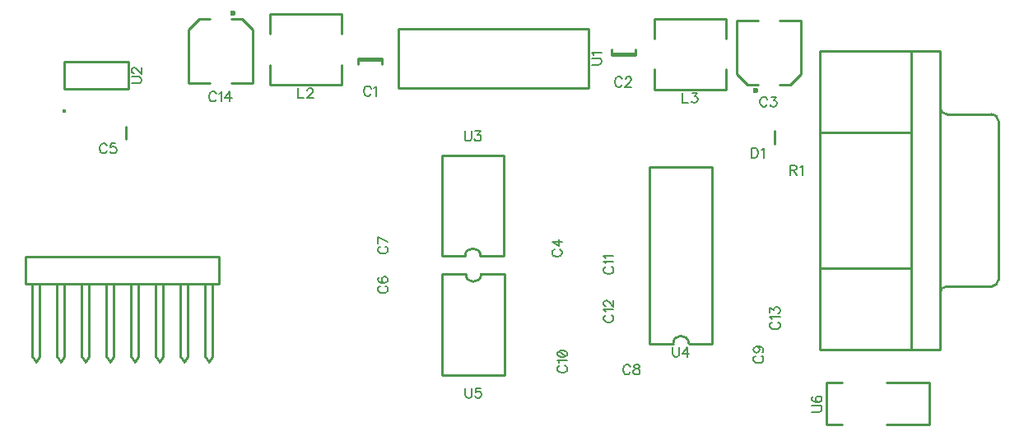
<source format=gto>
G04 DipTrace 2.4.0.2*
%INDaughter-IsolatedRS2321.1.GTO*%
%MOMM*%
%ADD10C,0.25*%
%ADD14C,0.6*%
%ADD33O,0.391X0.392*%
%ADD45C,0.157*%
%FSLAX53Y53*%
G04*
G71*
G90*
G75*
G01*
%LNTopSilk*%
%LPD*%
X40029Y38402D2*
D10*
X42529D1*
X40029Y38591D2*
X42529D1*
X40029D2*
Y37992D1*
X42529Y38591D2*
Y37992D1*
X68567Y39134D2*
X66067D1*
X68567Y38945D2*
X66067D1*
X68567D2*
Y39543D1*
X66067Y38945D2*
Y39543D1*
X78941Y42494D2*
X81141D1*
X78941D2*
Y36995D1*
X80041Y35895D2*
X78941Y36995D1*
X80041Y35895D2*
X81141D1*
X83341Y42494D2*
X85541D1*
Y36995D1*
X84441Y35895D2*
X85541Y36995D1*
X83341Y35895D2*
X84441D1*
D14*
X80941Y35295D3*
X16134Y31609D2*
D10*
Y30311D1*
X29179Y36054D2*
X26979D1*
X29179D2*
Y41553D1*
X28079Y42653D2*
X29179Y41553D1*
X28079Y42653D2*
X26979D1*
X24779Y36054D2*
X22579D1*
Y41553D1*
X23679Y42653D2*
X22579Y41553D1*
X24779Y42653D2*
X23679D1*
D14*
X27179Y43254D3*
X82873Y31133D2*
D10*
Y29834D1*
X99892Y33548D2*
G03X100591Y32870I663J-16D01*
G01*
X105890Y32162D2*
G03X105191Y32870I-714J-5D01*
G01*
X100591Y15130D2*
G03X99892Y14452I-37J-662D01*
G01*
X105191Y15130D2*
G03X105890Y15838I-14J714D01*
G01*
X96892Y8600D2*
Y39400D1*
X99892Y8600D2*
X87490D1*
X99892Y39400D2*
X87490D1*
X105890Y15838D2*
Y32162D1*
X87490Y8600D2*
Y39400D1*
X96892Y17008D2*
X87490D1*
X99892Y8600D2*
Y39400D1*
X96892Y30992D2*
X87490D1*
X105191Y32870D2*
X100591D1*
X105191Y15130D2*
X100591D1*
X6500Y15390D2*
Y7990D1*
X7300Y15390D2*
Y7990D1*
X6500D2*
X6900Y7320D1*
X7300Y7990D2*
X6900Y7320D1*
X5835Y18170D2*
X25745D1*
Y15390D1*
X5835D1*
Y18170D1*
X9041Y15390D2*
Y7990D1*
X9841Y15390D2*
Y7990D1*
X9041D2*
X9441Y7320D1*
X9841Y7990D2*
X9441Y7320D1*
X11579Y15390D2*
Y7990D1*
X12379Y15390D2*
Y7990D1*
X11579D2*
X11979Y7320D1*
X12379Y7990D2*
X11979Y7320D1*
X14120Y15390D2*
Y7990D1*
X14920Y15390D2*
Y7990D1*
X14120D2*
X14520Y7320D1*
X14920Y7990D2*
X14520Y7320D1*
X16660Y15390D2*
Y7990D1*
X17460Y15390D2*
Y7990D1*
X16660D2*
X17060Y7320D1*
X17460Y7990D2*
X17060Y7320D1*
X19201Y15390D2*
Y7990D1*
X20001Y15390D2*
Y7990D1*
X19201D2*
X19601Y7320D1*
X20001Y7990D2*
X19601Y7320D1*
X21739Y15390D2*
Y7990D1*
X22539Y15390D2*
Y7990D1*
X21739D2*
X22139Y7320D1*
X22539Y7990D2*
X22139Y7320D1*
X24280Y15390D2*
Y7990D1*
X25080Y15390D2*
Y7990D1*
X24280D2*
X24680Y7320D1*
X25080Y7990D2*
X24680Y7320D1*
X31002Y41120D2*
Y43184D1*
X38305D1*
Y41120D1*
Y37945D2*
Y35882D1*
X31002D1*
Y37945D1*
X70535Y40645D2*
Y42708D1*
X77837D1*
Y40645D1*
Y37469D2*
Y35406D1*
X70535D1*
Y37469D1*
X44218Y41614D2*
X63718D1*
Y35514D1*
X44218D1*
Y41614D1*
D33*
X9823Y33209D3*
X9796Y35476D2*
D10*
X16396D1*
X9796Y38276D2*
X16396D1*
Y35476D2*
Y38276D1*
X9796Y35476D2*
Y38276D1*
X55037Y18249D2*
Y28649D1*
X48637Y18249D2*
Y28649D1*
X55037D2*
X48637D1*
X55037Y18249D2*
X52637D1*
X51037D2*
X48637D1*
X52637D2*
G03X51037Y18249I-800J-1D01*
G01*
X76440Y9245D2*
Y27445D1*
X70040Y9245D2*
Y27445D1*
X76440D2*
X70040D1*
X76440Y9245D2*
X74040D1*
X72440D2*
X70040D1*
X74040D2*
G03X72440Y9245I-800J-1D01*
G01*
X48700Y16425D2*
Y6025D1*
X55100Y16425D2*
Y6025D1*
X48700D2*
X55100D1*
X48700Y16425D2*
X51100D1*
X52700D2*
X55100D1*
X51100D2*
G03X52700Y16425I800J1D01*
G01*
X88190Y936D2*
X89778D1*
X98826D2*
Y5223D1*
X88190Y936D2*
Y5223D1*
X89778D1*
X94381D2*
X98826D1*
X94381Y936D2*
X98826D1*
X41365Y35504D2*
D45*
X41317Y35601D1*
X41219Y35699D1*
X41122Y35747D1*
X40928D1*
X40830Y35699D1*
X40734Y35601D1*
X40684Y35504D1*
X40636Y35358D1*
Y35115D1*
X40684Y34970D1*
X40734Y34872D1*
X40830Y34776D1*
X40928Y34726D1*
X41122D1*
X41219Y34776D1*
X41317Y34872D1*
X41365Y34970D1*
X41679Y35552D2*
X41776Y35601D1*
X41922Y35746D1*
Y34726D1*
X67184Y36457D2*
X67136Y36554D1*
X67038Y36651D1*
X66942Y36700D1*
X66747D1*
X66650Y36651D1*
X66553Y36554D1*
X66504Y36457D1*
X66455Y36311D1*
Y36067D1*
X66504Y35922D1*
X66553Y35825D1*
X66650Y35728D1*
X66747Y35679D1*
X66942D1*
X67038Y35728D1*
X67136Y35825D1*
X67184Y35922D1*
X67547Y36456D2*
Y36504D1*
X67596Y36602D1*
X67644Y36650D1*
X67742Y36699D1*
X67936D1*
X68033Y36650D1*
X68081Y36602D1*
X68130Y36504D1*
Y36408D1*
X68081Y36310D1*
X67984Y36165D1*
X67498Y35679D1*
X68179D1*
X82108Y34408D2*
X82060Y34504D1*
X81962Y34602D1*
X81866Y34650D1*
X81672D1*
X81574Y34602D1*
X81477Y34504D1*
X81428Y34408D1*
X81380Y34262D1*
Y34018D1*
X81428Y33873D1*
X81477Y33775D1*
X81574Y33679D1*
X81672Y33629D1*
X81866D1*
X81962Y33679D1*
X82060Y33775D1*
X82108Y33873D1*
X82520Y34649D2*
X83053D1*
X82762Y34261D1*
X82908D1*
X83005Y34212D1*
X83053Y34164D1*
X83103Y34018D1*
Y33921D1*
X83053Y33775D1*
X82957Y33678D1*
X82811Y33629D1*
X82665D1*
X82520Y33678D1*
X82472Y33727D1*
X82422Y33824D1*
X60227Y18953D2*
X60131Y18905D1*
X60033Y18807D1*
X59985Y18711D1*
Y18516D1*
X60033Y18419D1*
X60131Y18322D1*
X60227Y18273D1*
X60373Y18224D1*
X60617D1*
X60762Y18273D1*
X60859Y18322D1*
X60956Y18419D1*
X61005Y18516D1*
Y18711D1*
X60956Y18807D1*
X60859Y18905D1*
X60762Y18953D1*
X61005Y19753D2*
X59986D1*
X60665Y19267D1*
Y19996D1*
X14201Y29623D2*
X14152Y29719D1*
X14055Y29817D1*
X13958Y29865D1*
X13764D1*
X13666Y29817D1*
X13569Y29719D1*
X13520Y29623D1*
X13472Y29477D1*
Y29233D1*
X13520Y29088D1*
X13569Y28991D1*
X13666Y28894D1*
X13764Y28845D1*
X13958D1*
X14055Y28894D1*
X14152Y28991D1*
X14201Y29088D1*
X15097Y29864D2*
X14612D1*
X14564Y29427D1*
X14612Y29476D1*
X14758Y29525D1*
X14903D1*
X15049Y29476D1*
X15147Y29379D1*
X15195Y29233D1*
Y29137D1*
X15147Y28991D1*
X15049Y28893D1*
X14903Y28845D1*
X14758D1*
X14612Y28893D1*
X14564Y28942D1*
X14514Y29039D1*
X42313Y15188D2*
X42217Y15140D1*
X42119Y15042D1*
X42071Y14946D1*
Y14751D1*
X42119Y14654D1*
X42217Y14557D1*
X42313Y14508D1*
X42459Y14459D1*
X42703D1*
X42848Y14508D1*
X42946Y14557D1*
X43042Y14654D1*
X43092Y14751D1*
Y14946D1*
X43042Y15042D1*
X42946Y15140D1*
X42848Y15188D1*
X42217Y16085D2*
X42120Y16037D1*
X42072Y15891D1*
Y15794D1*
X42120Y15648D1*
X42266Y15550D1*
X42509Y15502D1*
X42751D1*
X42946Y15550D1*
X43043Y15648D1*
X43092Y15794D1*
Y15842D1*
X43043Y15987D1*
X42946Y16085D1*
X42800Y16133D1*
X42751D1*
X42605Y16085D1*
X42509Y15987D1*
X42461Y15842D1*
Y15794D1*
X42509Y15648D1*
X42605Y15550D1*
X42751Y15502D1*
X42313Y19245D2*
X42217Y19196D1*
X42119Y19099D1*
X42071Y19002D1*
Y18808D1*
X42119Y18710D1*
X42217Y18614D1*
X42313Y18564D1*
X42459Y18516D1*
X42703D1*
X42848Y18564D1*
X42946Y18614D1*
X43042Y18710D1*
X43092Y18808D1*
Y19002D1*
X43042Y19099D1*
X42946Y19196D1*
X42848Y19245D1*
X43092Y19753D2*
X42072Y20239D1*
Y19559D1*
X68035Y6851D2*
X67987Y6947D1*
X67889Y7045D1*
X67792Y7093D1*
X67598D1*
X67500Y7045D1*
X67404Y6947D1*
X67354Y6851D1*
X67306Y6705D1*
Y6461D1*
X67354Y6316D1*
X67404Y6219D1*
X67500Y6122D1*
X67598Y6073D1*
X67792D1*
X67889Y6122D1*
X67987Y6219D1*
X68035Y6316D1*
X68591Y7092D2*
X68446Y7044D1*
X68397Y6947D1*
Y6850D1*
X68446Y6753D1*
X68543Y6704D1*
X68737Y6655D1*
X68883Y6607D1*
X68980Y6509D1*
X69028Y6413D1*
Y6267D1*
X68980Y6170D1*
X68931Y6121D1*
X68785Y6073D1*
X68591D1*
X68446Y6121D1*
X68397Y6170D1*
X68349Y6267D1*
Y6413D1*
X68397Y6509D1*
X68495Y6607D1*
X68639Y6655D1*
X68834Y6704D1*
X68931Y6753D1*
X68980Y6850D1*
Y6947D1*
X68931Y7044D1*
X68785Y7092D1*
X68591D1*
X80950Y7989D2*
X80854Y7940D1*
X80756Y7843D1*
X80708Y7746D1*
Y7552D1*
X80756Y7454D1*
X80854Y7357D1*
X80950Y7308D1*
X81096Y7260D1*
X81340D1*
X81485Y7308D1*
X81583Y7357D1*
X81679Y7454D1*
X81729Y7552D1*
Y7746D1*
X81679Y7843D1*
X81583Y7940D1*
X81485Y7989D1*
X81048Y8935D2*
X81194Y8885D1*
X81292Y8789D1*
X81340Y8643D1*
Y8594D1*
X81292Y8448D1*
X81194Y8352D1*
X81048Y8302D1*
X81000D1*
X80854Y8352D1*
X80757Y8448D1*
X80709Y8594D1*
Y8643D1*
X80757Y8789D1*
X80854Y8885D1*
X81048Y8935D1*
X81292D1*
X81534Y8885D1*
X81680Y8789D1*
X81729Y8643D1*
Y8546D1*
X81680Y8400D1*
X81583Y8352D1*
X60777Y6994D2*
X60681Y6945D1*
X60583Y6848D1*
X60535Y6751D1*
Y6557D1*
X60583Y6459D1*
X60681Y6363D1*
X60777Y6313D1*
X60923Y6265D1*
X61167D1*
X61312Y6313D1*
X61409Y6363D1*
X61506Y6459D1*
X61555Y6557D1*
Y6751D1*
X61506Y6848D1*
X61409Y6945D1*
X61312Y6994D1*
X60730Y7307D2*
X60681Y7405D1*
X60536Y7551D1*
X61555D1*
X60536Y8157D2*
X60584Y8011D1*
X60730Y7913D1*
X60973Y7865D1*
X61119D1*
X61361Y7913D1*
X61507Y8011D1*
X61555Y8157D1*
Y8253D1*
X61507Y8399D1*
X61361Y8496D1*
X61119Y8545D1*
X60973D1*
X60730Y8496D1*
X60584Y8399D1*
X60536Y8253D1*
Y8157D1*
X60730Y8496D2*
X61361Y7913D1*
X65540Y17167D2*
X65443Y17119D1*
X65345Y17021D1*
X65297Y16924D1*
Y16730D1*
X65345Y16632D1*
X65443Y16536D1*
X65540Y16486D1*
X65686Y16438D1*
X65929D1*
X66074Y16486D1*
X66172Y16536D1*
X66269Y16632D1*
X66318Y16730D1*
Y16924D1*
X66269Y17021D1*
X66172Y17119D1*
X66074Y17167D1*
X65493Y17481D2*
X65443Y17578D1*
X65298Y17724D1*
X66318D1*
X65493Y18038D2*
X65443Y18136D1*
X65298Y18282D1*
X66318D1*
X65540Y12186D2*
X65443Y12138D1*
X65345Y12040D1*
X65297Y11943D1*
Y11749D1*
X65345Y11651D1*
X65443Y11555D1*
X65540Y11505D1*
X65686Y11457D1*
X65929D1*
X66074Y11505D1*
X66172Y11555D1*
X66269Y11651D1*
X66318Y11749D1*
Y11943D1*
X66269Y12040D1*
X66172Y12138D1*
X66074Y12186D1*
X65493Y12500D2*
X65443Y12598D1*
X65298Y12744D1*
X66318D1*
X65541Y13107D2*
X65493D1*
X65395Y13155D1*
X65347Y13203D1*
X65298Y13301D1*
Y13495D1*
X65347Y13592D1*
X65395Y13640D1*
X65493Y13690D1*
X65589D1*
X65687Y13640D1*
X65832Y13544D1*
X66318Y13057D1*
Y13738D1*
X82647Y11459D2*
X82551Y11410D1*
X82453Y11313D1*
X82405Y11216D1*
Y11022D1*
X82453Y10924D1*
X82551Y10827D1*
X82647Y10778D1*
X82793Y10730D1*
X83037D1*
X83182Y10778D1*
X83279Y10827D1*
X83376Y10924D1*
X83425Y11022D1*
Y11216D1*
X83376Y11313D1*
X83279Y11410D1*
X83182Y11459D1*
X82600Y11772D2*
X82551Y11870D1*
X82406Y12016D1*
X83425D1*
X82406Y12427D2*
Y12961D1*
X82794Y12670D1*
Y12816D1*
X82843Y12913D1*
X82891Y12961D1*
X83037Y13010D1*
X83133D1*
X83279Y12961D1*
X83377Y12864D1*
X83425Y12718D1*
Y12572D1*
X83377Y12427D1*
X83328Y12379D1*
X83231Y12330D1*
X25443Y34939D2*
X25395Y35036D1*
X25297Y35134D1*
X25201Y35182D1*
X25007D1*
X24909Y35134D1*
X24812Y35036D1*
X24763Y34939D1*
X24715Y34793D1*
Y34550D1*
X24763Y34405D1*
X24812Y34307D1*
X24909Y34211D1*
X25007Y34161D1*
X25201D1*
X25297Y34211D1*
X25395Y34307D1*
X25443Y34405D1*
X25757Y34987D2*
X25855Y35036D1*
X26001Y35181D1*
Y34161D1*
X26801D2*
Y35181D1*
X26315Y34501D1*
X27043D1*
X80504Y29389D2*
Y28368D1*
X80845D1*
X80991Y28417D1*
X81088Y28514D1*
X81137Y28611D1*
X81185Y28756D1*
Y29000D1*
X81137Y29146D1*
X81088Y29243D1*
X80991Y29340D1*
X80845Y29389D1*
X80504D1*
X81499Y29193D2*
X81596Y29243D1*
X81742Y29387D1*
Y28368D1*
X33865Y35537D2*
Y34516D1*
X34448D1*
X34811Y35293D2*
Y35342D1*
X34859Y35439D1*
X34907Y35488D1*
X35005Y35536D1*
X35199D1*
X35296Y35488D1*
X35344Y35439D1*
X35394Y35342D1*
Y35245D1*
X35344Y35147D1*
X35248Y35002D1*
X34761Y34516D1*
X35442D1*
X73397Y35061D2*
Y34040D1*
X73980D1*
X74392Y35060D2*
X74925D1*
X74634Y34671D1*
X74780D1*
X74877Y34623D1*
X74925Y34575D1*
X74975Y34429D1*
Y34332D1*
X74925Y34186D1*
X74829Y34089D1*
X74683Y34040D1*
X74537D1*
X74392Y34089D1*
X74343Y34138D1*
X74294Y34235D1*
X84480Y27102D2*
X84917D1*
X85063Y27152D1*
X85112Y27200D1*
X85161Y27296D1*
Y27394D1*
X85112Y27491D1*
X85063Y27540D1*
X84917Y27588D1*
X84480D1*
Y26568D1*
X84820Y27102D2*
X85161Y26568D1*
X85474Y27393D2*
X85572Y27442D1*
X85718Y27587D1*
Y26568D1*
X64062Y37945D2*
X64791D1*
X64937Y37993D1*
X65034Y38091D1*
X65083Y38237D1*
Y38333D1*
X65034Y38479D1*
X64937Y38577D1*
X64791Y38625D1*
X64062D1*
X64258Y38939D2*
X64208Y39037D1*
X64063Y39183D1*
X65083D1*
X16740Y36039D2*
X17469D1*
X17615Y36087D1*
X17712Y36185D1*
X17761Y36331D1*
Y36427D1*
X17712Y36573D1*
X17615Y36671D1*
X17469Y36719D1*
X16740D1*
X16984Y37082D2*
X16936D1*
X16838Y37131D1*
X16790Y37179D1*
X16742Y37277D1*
Y37471D1*
X16790Y37568D1*
X16838Y37616D1*
X16936Y37665D1*
X17032D1*
X17130Y37616D1*
X17275Y37519D1*
X17761Y37033D1*
Y37714D1*
X51000Y31137D2*
Y30408D1*
X51048Y30262D1*
X51146Y30165D1*
X51292Y30116D1*
X51388D1*
X51534Y30165D1*
X51632Y30262D1*
X51680Y30408D1*
Y31137D1*
X52092Y31136D2*
X52625D1*
X52334Y30747D1*
X52480D1*
X52577Y30699D1*
X52625Y30651D1*
X52674Y30505D1*
Y30408D1*
X52625Y30262D1*
X52528Y30164D1*
X52382Y30116D1*
X52236D1*
X52092Y30164D1*
X52043Y30214D1*
X51994Y30310D1*
X72378Y8901D2*
Y8172D1*
X72427Y8026D1*
X72524Y7929D1*
X72670Y7880D1*
X72767D1*
X72913Y7929D1*
X73011Y8026D1*
X73059Y8172D1*
Y8901D1*
X73859Y7880D2*
Y8900D1*
X73373Y8220D1*
X74102D1*
X51063Y4680D2*
Y3952D1*
X51111Y3806D1*
X51209Y3709D1*
X51355Y3660D1*
X51451D1*
X51597Y3709D1*
X51695Y3806D1*
X51743Y3952D1*
Y4680D1*
X52640Y4679D2*
X52155D1*
X52106Y4242D1*
X52155Y4291D1*
X52301Y4340D1*
X52445D1*
X52591Y4291D1*
X52689Y4194D1*
X52737Y4048D1*
Y3952D1*
X52689Y3806D1*
X52591Y3708D1*
X52445Y3660D1*
X52301D1*
X52155Y3708D1*
X52106Y3757D1*
X52057Y3854D1*
X86702Y2214D2*
X87431D1*
X87577Y2262D1*
X87674Y2360D1*
X87723Y2506D1*
Y2602D1*
X87674Y2748D1*
X87577Y2846D1*
X87431Y2894D1*
X86702D1*
X86848Y3791D2*
X86752Y3742D1*
X86703Y3596D1*
Y3500D1*
X86752Y3354D1*
X86898Y3256D1*
X87140Y3208D1*
X87383D1*
X87577Y3256D1*
X87675Y3354D1*
X87723Y3500D1*
Y3548D1*
X87675Y3693D1*
X87577Y3791D1*
X87431Y3839D1*
X87383D1*
X87237Y3791D1*
X87140Y3693D1*
X87092Y3548D1*
Y3500D1*
X87140Y3354D1*
X87237Y3256D1*
X87383Y3208D1*
M02*

</source>
